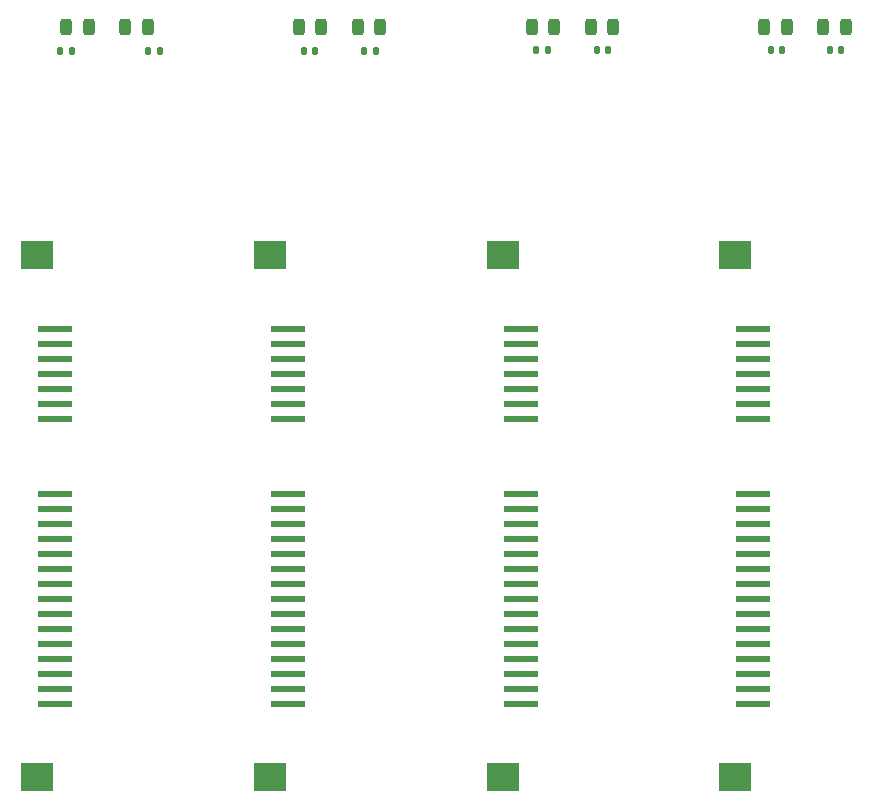
<source format=gtp>
G04 #@! TF.GenerationSoftware,KiCad,Pcbnew,7.0.9*
G04 #@! TF.CreationDate,2024-04-10T09:45:46+08:00*
G04 #@! TF.ProjectId,6__ 2.5_NAS,36d84d20-322e-435f-984e-41532e6b6963,0.3*
G04 #@! TF.SameCoordinates,PXbbc77c0PY26f37c0*
G04 #@! TF.FileFunction,Paste,Top*
G04 #@! TF.FilePolarity,Positive*
%FSLAX45Y45*%
G04 Gerber Fmt 4.5, Leading zero omitted, Abs format (unit mm)*
G04 Created by KiCad (PCBNEW 7.0.9) date 2024-04-10 09:45:46*
%MOMM*%
%LPD*%
G01*
G04 APERTURE LIST*
G04 Aperture macros list*
%AMRoundRect*
0 Rectangle with rounded corners*
0 $1 Rounding radius*
0 $2 $3 $4 $5 $6 $7 $8 $9 X,Y pos of 4 corners*
0 Add a 4 corners polygon primitive as box body*
4,1,4,$2,$3,$4,$5,$6,$7,$8,$9,$2,$3,0*
0 Add four circle primitives for the rounded corners*
1,1,$1+$1,$2,$3*
1,1,$1+$1,$4,$5*
1,1,$1+$1,$6,$7*
1,1,$1+$1,$8,$9*
0 Add four rect primitives between the rounded corners*
20,1,$1+$1,$2,$3,$4,$5,0*
20,1,$1+$1,$4,$5,$6,$7,0*
20,1,$1+$1,$6,$7,$8,$9,0*
20,1,$1+$1,$8,$9,$2,$3,0*%
G04 Aperture macros list end*
%ADD10RoundRect,0.147500X-0.147500X-0.172500X0.147500X-0.172500X0.147500X0.172500X-0.147500X0.172500X0*%
%ADD11RoundRect,0.147500X0.147500X0.172500X-0.147500X0.172500X-0.147500X-0.172500X0.147500X-0.172500X0*%
%ADD12RoundRect,0.243750X0.243750X0.456250X-0.243750X0.456250X-0.243750X-0.456250X0.243750X-0.456250X0*%
%ADD13R,2.900000X0.600000*%
%ADD14R,2.820000X2.440000*%
%ADD15RoundRect,0.243750X-0.243750X-0.456250X0.243750X-0.456250X0.243750X0.456250X-0.243750X0.456250X0*%
G04 APERTURE END LIST*
D10*
G04 #@! TO.C,Re*
X4691620Y1145540D03*
X4594620Y1145540D03*
G04 #@! TD*
D11*
G04 #@! TO.C,R2*
X4095420Y1145540D03*
X4192420Y1145540D03*
G04 #@! TD*
D10*
G04 #@! TO.C,R5*
X2720580Y1145540D03*
X2623580Y1145540D03*
G04 #@! TD*
D11*
G04 #@! TO.C,R6*
X2107960Y1145540D03*
X2204960Y1145540D03*
G04 #@! TD*
G04 #@! TO.C,R9*
X652540Y1143000D03*
X749540Y1143000D03*
G04 #@! TD*
D10*
G04 #@! TO.C,Re*
X139460Y1143000D03*
X236460Y1143000D03*
G04 #@! TD*
G04 #@! TO.C,R7*
X-1079260Y1143000D03*
X-1176260Y1143000D03*
G04 #@! TD*
G04 #@! TO.C,R8*
X-1823480Y1140460D03*
X-1920480Y1140460D03*
G04 #@! TD*
D12*
G04 #@! TO.C,D8*
X288570Y1343190D03*
X101070Y1343190D03*
G04 #@! TD*
G04 #@! TO.C,D6*
X-1681430Y1343190D03*
X-1868930Y1343190D03*
G04 #@! TD*
D13*
G04 #@! TO.C,J4*
X-1961510Y-2609210D03*
X-1961510Y-2736210D03*
X-1961510Y-2863210D03*
X-1961510Y-2990210D03*
X-1961510Y-3117210D03*
X-1961510Y-3244210D03*
X-1961510Y-3371210D03*
X-1961510Y-3498210D03*
X-1961510Y-3625210D03*
X-1961510Y-3752210D03*
X-1961510Y-3879210D03*
X-1961510Y-4006210D03*
X-1961510Y-4133210D03*
X-1961510Y-4260210D03*
X-1961510Y-4388210D03*
X-1961510Y-1212210D03*
X-1961510Y-1339210D03*
X-1961510Y-1466210D03*
X-1961510Y-1593210D03*
X-1961510Y-1720210D03*
X-1961510Y-1847210D03*
X-1961510Y-1974210D03*
D14*
X-2113910Y-591210D03*
X-2113910Y-5009210D03*
G04 #@! TD*
D15*
G04 #@! TO.C,D5*
X-1368930Y1343190D03*
X-1181430Y1343190D03*
G04 #@! TD*
D13*
G04 #@! TO.C,J1*
X3947790Y-2609210D03*
X3947790Y-2736210D03*
X3947790Y-2863210D03*
X3947790Y-2990210D03*
X3947790Y-3117210D03*
X3947790Y-3244210D03*
X3947790Y-3371210D03*
X3947790Y-3498210D03*
X3947790Y-3625210D03*
X3947790Y-3752210D03*
X3947790Y-3879210D03*
X3947790Y-4006210D03*
X3947790Y-4133210D03*
X3947790Y-4260210D03*
X3947790Y-4388210D03*
X3947790Y-1212210D03*
X3947790Y-1339210D03*
X3947790Y-1466210D03*
X3947790Y-1593210D03*
X3947790Y-1720210D03*
X3947790Y-1847210D03*
X3947790Y-1974210D03*
D14*
X3795390Y-591210D03*
X3795390Y-5009210D03*
G04 #@! TD*
D13*
G04 #@! TO.C,J2*
X1977790Y-2609210D03*
X1977790Y-2736210D03*
X1977790Y-2863210D03*
X1977790Y-2990210D03*
X1977790Y-3117210D03*
X1977790Y-3244210D03*
X1977790Y-3371210D03*
X1977790Y-3498210D03*
X1977790Y-3625210D03*
X1977790Y-3752210D03*
X1977790Y-3879210D03*
X1977790Y-4006210D03*
X1977790Y-4133210D03*
X1977790Y-4260210D03*
X1977790Y-4388210D03*
X1977790Y-1212210D03*
X1977790Y-1339210D03*
X1977790Y-1466210D03*
X1977790Y-1593210D03*
X1977790Y-1720210D03*
X1977790Y-1847210D03*
X1977790Y-1974210D03*
D14*
X1825390Y-591210D03*
X1825390Y-5009210D03*
G04 #@! TD*
D15*
G04 #@! TO.C,D2*
X4541070Y1343190D03*
X4728570Y1343190D03*
G04 #@! TD*
G04 #@! TO.C,D3*
X2571070Y1343190D03*
X2758570Y1343190D03*
G04 #@! TD*
D12*
G04 #@! TO.C,D4*
X2258570Y1343190D03*
X2071070Y1343190D03*
G04 #@! TD*
D13*
G04 #@! TO.C,J6*
X7790Y-2609210D03*
X7790Y-2736210D03*
X7790Y-2863210D03*
X7790Y-2990210D03*
X7790Y-3117210D03*
X7790Y-3244210D03*
X7790Y-3371210D03*
X7790Y-3498210D03*
X7790Y-3625210D03*
X7790Y-3752210D03*
X7790Y-3879210D03*
X7790Y-4006210D03*
X7790Y-4133210D03*
X7790Y-4260210D03*
X7790Y-4388210D03*
X7790Y-1212210D03*
X7790Y-1339210D03*
X7790Y-1466210D03*
X7790Y-1593210D03*
X7790Y-1720210D03*
X7790Y-1847210D03*
X7790Y-1974210D03*
D14*
X-144610Y-591210D03*
X-144610Y-5009210D03*
G04 #@! TD*
D15*
G04 #@! TO.C,D7*
X601070Y1343190D03*
X788570Y1343190D03*
G04 #@! TD*
D12*
G04 #@! TO.C,D1*
X4228570Y1343190D03*
X4041070Y1343190D03*
G04 #@! TD*
M02*

</source>
